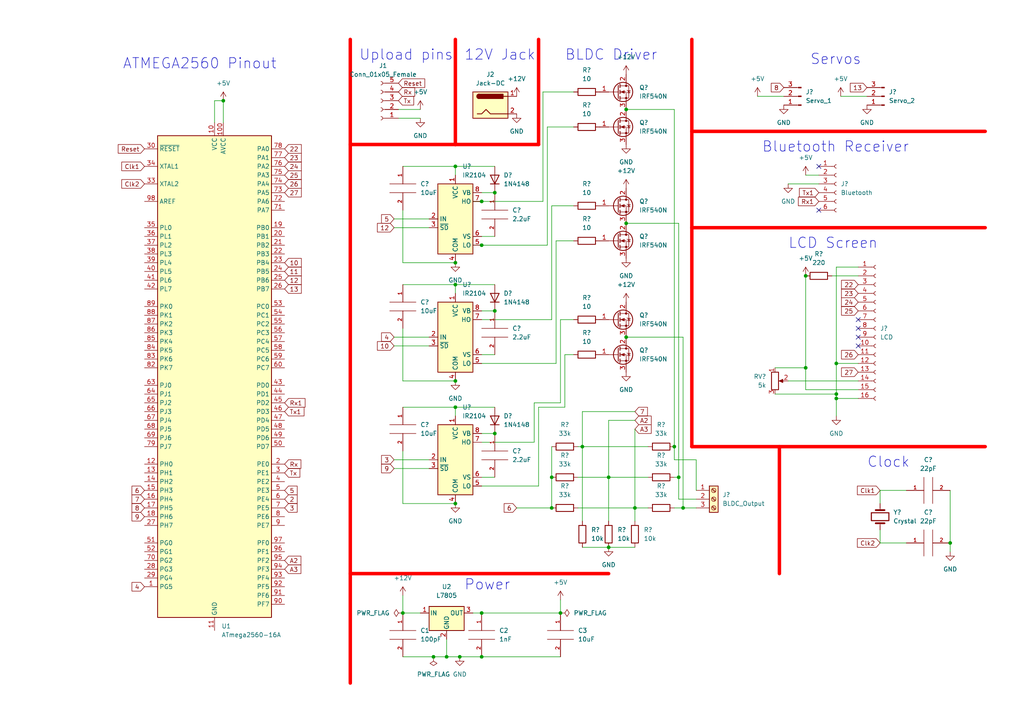
<source format=kicad_sch>
(kicad_sch (version 20211123) (generator eeschema)
  (paper "A4")
  (lib_symbols
    (symbol "Connector:Conn_01x03_Male" (pin_names (offset 1.016) hide)
      (property "Reference" "J" (at 0 5.08 0))
      (property "Value" "Conn_01x03_Male" (at 0 -5.08 0))
      (symbol "Conn_01x03_Male_1_1"
        (pin passive line (at 5.08 2.54 180) (length 3.81) (name "Pin_1") (number "1"))
        (pin passive line (at 5.08 0 180) (length 3.81) (name "Pin_2") (number "2"))
        (pin passive line (at 5.08 -2.54 180) (length 3.81) (name "Pin_3") (number "3"))
      )
    )
    (symbol "Connector:Conn_01x05_Female" (pin_names (offset 1.016) hide)
      (property "Reference" "J" (at 0 7.62 0))
      (property "Value" "Conn_01x05_Female" (at 0 -7.62 0))
      (symbol "Conn_01x05_Female_1_1"
        (pin passive line (at -5.08 5.08 0) (length 3.81) (name "Pin_1") (number "1"))
        (pin passive line (at -5.08 2.54 0) (length 3.81) (name "Pin_2") (number "2"))
        (pin passive line (at -5.08 0 0) (length 3.81) (name "Pin_3") (number "3"))
        (pin passive line (at -5.08 -2.54 0) (length 3.81) (name "Pin_4") (number "4"))
        (pin passive line (at -5.08 -5.08 0) (length 3.81) (name "Pin_5") (number "5"))
      )
    )
    (symbol "Connector:Conn_01x06_Female" (pin_names (offset 1.016) hide)
      (property "Reference" "J" (at 0 7.62 0))
      (property "Value" "Conn_01x06_Female" (at 0 -10.16 0))
      (symbol "Conn_01x06_Female_1_1"
        (pin passive line (at -5.08 5.08 0) (length 3.81) (name "Pin_1") (number "1"))
        (pin passive line (at -5.08 2.54 0) (length 3.81) (name "Pin_2") (number "2"))
        (pin passive line (at -5.08 0 0) (length 3.81) (name "Pin_3") (number "3"))
        (pin passive line (at -5.08 -2.54 0) (length 3.81) (name "Pin_4") (number "4"))
        (pin passive line (at -5.08 -5.08 0) (length 3.81) (name "Pin_5") (number "5"))
        (pin passive line (at -5.08 -7.62 0) (length 3.81) (name "Pin_6") (number "6"))
      )
    )
    (symbol "Connector:Conn_01x16_Female" (pin_names (offset 1.016) hide)
      (property "Reference" "J" (at 0 20.32 0))
      (property "Value" "Conn_01x16_Female" (at 0 -22.86 0))
      (symbol "Conn_01x16_Female_1_1"
        (pin passive line (at -5.08 17.78 0) (length 3.81) (name "Pin_1") (number "1"))
        (pin passive line (at -5.08 -5.08 0) (length 3.81) (name "Pin_10") (number "10"))
        (pin passive line (at -5.08 -7.62 0) (length 3.81) (name "Pin_11") (number "11"))
        (pin passive line (at -5.08 -10.16 0) (length 3.81) (name "Pin_12") (number "12"))
        (pin passive line (at -5.08 -12.7 0) (length 3.81) (name "Pin_13") (number "13"))
        (pin passive line (at -5.08 -15.24 0) (length 3.81) (name "Pin_14") (number "14"))
        (pin passive line (at -5.08 -17.78 0) (length 3.81) (name "Pin_15") (number "15"))
        (pin passive line (at -5.08 -20.32 0) (length 3.81) (name "Pin_16") (number "16"))
        (pin passive line (at -5.08 15.24 0) (length 3.81) (name "Pin_2") (number "2"))
        (pin passive line (at -5.08 12.7 0) (length 3.81) (name "Pin_3") (number "3"))
        (pin passive line (at -5.08 10.16 0) (length 3.81) (name "Pin_4") (number "4"))
        (pin passive line (at -5.08 7.62 0) (length 3.81) (name "Pin_5") (number "5"))
        (pin passive line (at -5.08 5.08 0) (length 3.81) (name "Pin_6") (number "6"))
        (pin passive line (at -5.08 2.54 0) (length 3.81) (name "Pin_7") (number "7"))
        (pin passive line (at -5.08 0 0) (length 3.81) (name "Pin_8") (number "8"))
        (pin passive line (at -5.08 -2.54 0) (length 3.81) (name "Pin_9") (number "9"))
      )
    )
    (symbol "Connector:Jack-DC" (pin_names (offset 1.016))
      (property "Reference" "J" (at 0 5.334 0))
      (property "Value" "Jack-DC" (at 0 -5.08 0))
      (symbol "Jack-DC_1_1"
        (pin passive line (at 7.62 2.54 180) (length 2.54) (name "~") (number "1"))
        (pin passive line (at 7.62 -2.54 180) (length 2.54) (name "~") (number "2"))
      )
    )
    (symbol "Connector:Screw_Terminal_01x03" (pin_names (offset 1.016) hide)
      (property "Reference" "J" (at 0 5.08 0))
      (property "Value" "Screw_Terminal_01x03" (at 0 -5.08 0))
      (symbol "Screw_Terminal_01x03_1_1"
        (pin passive line (at -5.08 2.54 0) (length 3.81) (name "Pin_1") (number "1"))
        (pin passive line (at -5.08 0 0) (length 3.81) (name "Pin_2") (number "2"))
        (pin passive line (at -5.08 -2.54 0) (length 3.81) (name "Pin_3") (number "3"))
      )
    )
    (symbol "Device:Crystal" (pin_numbers hide) (pin_names (offset 1.016) hide)
      (property "Reference" "Y" (at 0 3.81 0))
      (property "Value" "Crystal" (at 0 -3.81 0))
      (symbol "Crystal_1_1"
        (pin passive line (at -3.81 0 0) (length 1.27) (name "1") (number "1"))
        (pin passive line (at 3.81 0 180) (length 1.27) (name "2") (number "2"))
      )
    )
    (symbol "Device:R" (pin_numbers hide) (pin_names (offset 0))
      (property "Reference" "R" (at 2.032 0 90))
      (property "Value" "R" (at 0 0 90))
      (symbol "R_1_1"
        (pin passive line (at 0 3.81 270) (length 1.27) (name "~") (number "1"))
        (pin passive line (at 0 -3.81 90) (length 1.27) (name "~") (number "2"))
      )
    )
    (symbol "Device:R_Potentiometer" (pin_names (offset 1.016) hide)
      (property "Reference" "RV" (at -4.445 0 90))
      (property "Value" "R_Potentiometer" (at -2.54 0 90))
      (symbol "R_Potentiometer_1_1"
        (pin passive line (at 0 3.81 270) (length 1.27) (name "1") (number "1"))
        (pin passive line (at 3.81 0 180) (length 1.27) (name "2") (number "2"))
        (pin passive line (at 0 -3.81 90) (length 1.27) (name "3") (number "3"))
      )
    )
    (symbol "Diode:1N4148" (pin_numbers hide) (pin_names (offset 1.016) hide)
      (property "Reference" "D" (at 0 2.54 0))
      (property "Value" "1N4148" (at 0 -2.54 0))
      (symbol "1N4148_1_1"
        (pin passive line (at -3.81 0 0) (length 2.54) (name "K") (number "1"))
        (pin passive line (at 3.81 0 180) (length 2.54) (name "A") (number "2"))
      )
    )
    (symbol "Driver_FET:IR2104"
      (property "Reference" "U" (at 1.27 13.335 0))
      (property "Value" "IR2104" (at 1.27 11.43 0))
      (symbol "IR2104_1_1"
        (pin power_in line (at 0 12.7 270) (length 2.54) (name "VCC") (number "1"))
        (pin input line (at -7.62 0 0) (length 2.54) (name "IN") (number "2"))
        (pin input line (at -7.62 -2.54 0) (length 2.54) (name "~{SD}") (number "3"))
        (pin power_in line (at 0 -12.7 90) (length 2.54) (name "COM") (number "4"))
        (pin output line (at 7.62 -7.62 180) (length 2.54) (name "LO") (number "5"))
        (pin passive line (at 7.62 -5.08 180) (length 2.54) (name "VS") (number "6"))
        (pin output line (at 7.62 5.08 180) (length 2.54) (name "HO") (number "7"))
        (pin passive line (at 7.62 7.62 180) (length 2.54) (name "VB") (number "8"))
      )
    )
    (symbol "MCU_Microchip_ATmega:ATmega2560-16A"
      (property "Reference" "U" (at 0 1.27 0))
      (property "Value" "ATmega2560-16A" (at 0 -1.27 0))
      (symbol "ATmega2560-16A_1_1"
        (pin bidirectional line (at -20.32 -60.96 0) (length 3.81) (name "PG5") (number "1"))
        (pin power_in line (at 0 73.66 270) (length 3.81) (name "VCC") (number "10"))
        (pin power_in line (at 2.54 73.66 270) (length 3.81) (name "AVCC") (number "100"))
        (pin power_in line (at 0 -73.66 90) (length 3.81) (name "GND") (number "11"))
        (pin bidirectional line (at -20.32 -25.4 0) (length 3.81) (name "PH0") (number "12"))
        (pin bidirectional line (at -20.32 -27.94 0) (length 3.81) (name "PH1") (number "13"))
        (pin bidirectional line (at -20.32 -30.48 0) (length 3.81) (name "PH2") (number "14"))
        (pin bidirectional line (at -20.32 -33.02 0) (length 3.81) (name "PH3") (number "15"))
        (pin bidirectional line (at -20.32 -35.56 0) (length 3.81) (name "PH4") (number "16"))
        (pin bidirectional line (at -20.32 -38.1 0) (length 3.81) (name "PH5") (number "17"))
        (pin bidirectional line (at -20.32 -40.64 0) (length 3.81) (name "PH6") (number "18"))
        (pin bidirectional line (at 20.32 43.18 180) (length 3.81) (name "PB0") (number "19"))
        (pin bidirectional line (at 20.32 -25.4 180) (length 3.81) (name "PE0") (number "2"))
        (pin bidirectional line (at 20.32 40.64 180) (length 3.81) (name "PB1") (number "20"))
        (pin bidirectional line (at 20.32 38.1 180) (length 3.81) (name "PB2") (number "21"))
        (pin bidirectional line (at 20.32 35.56 180) (length 3.81) (name "PB3") (number "22"))
        (pin bidirectional line (at 20.32 33.02 180) (length 3.81) (name "PB4") (number "23"))
        (pin bidirectional line (at 20.32 30.48 180) (length 3.81) (name "PB5") (number "24"))
        (pin bidirectional line (at 20.32 27.94 180) (length 3.81) (name "PB6") (number "25"))
        (pin bidirectional line (at 20.32 25.4 180) (length 3.81) (name "PB7") (number "26"))
        (pin bidirectional line (at -20.32 -43.18 0) (length 3.81) (name "PH7") (number "27"))
        (pin bidirectional line (at -20.32 -55.88 0) (length 3.81) (name "PG3") (number "28"))
        (pin bidirectional line (at -20.32 -58.42 0) (length 3.81) (name "PG4") (number "29"))
        (pin bidirectional line (at 20.32 -27.94 180) (length 3.81) (name "PE1") (number "3"))
        (pin input line (at -20.32 66.04 0) (length 3.81) (name "~{RESET}") (number "30"))
        (pin passive line (at 0 73.66 270) (length 3.81) hide (name "VCC") (number "31"))
        (pin passive line (at 0 -73.66 90) (length 3.81) hide (name "GND") (number "32"))
        (pin output line (at -20.32 55.88 0) (length 3.81) (name "XTAL2") (number "33"))
        (pin input line (at -20.32 60.96 0) (length 3.81) (name "XTAL1") (number "34"))
        (pin bidirectional line (at -20.32 43.18 0) (length 3.81) (name "PL0") (number "35"))
        (pin bidirectional line (at -20.32 40.64 0) (length 3.81) (name "PL1") (number "36"))
        (pin bidirectional line (at -20.32 38.1 0) (length 3.81) (name "PL2") (number "37"))
        (pin bidirectional line (at -20.32 35.56 0) (length 3.81) (name "PL3") (number "38"))
        (pin bidirectional line (at -20.32 33.02 0) (length 3.81) (name "PL4") (number "39"))
        (pin bidirectional line (at 20.32 -30.48 180) (length 3.81) (name "PE2") (number "4"))
        (pin bidirectional line (at -20.32 30.48 0) (length 3.81) (name "PL5") (number "40"))
        (pin bidirectional line (at -20.32 27.94 0) (length 3.81) (name "PL6") (number "41"))
        (pin bidirectional line (at -20.32 25.4 0) (length 3.81) (name "PL7") (number "42"))
        (pin bidirectional line (at 20.32 -2.54 180) (length 3.81) (name "PD0") (number "43"))
        (pin bidirectional line (at 20.32 -5.08 180) (length 3.81) (name "PD1") (number "44"))
        (pin bidirectional line (at 20.32 -7.62 180) (length 3.81) (name "PD2") (number "45"))
        (pin bidirectional line (at 20.32 -10.16 180) (length 3.81) (name "PD3") (number "46"))
        (pin bidirectional line (at 20.32 -12.7 180) (length 3.81) (name "PD4") (number "47"))
        (pin bidirectional line (at 20.32 -15.24 180) (length 3.81) (name "PD5") (number "48"))
        (pin bidirectional line (at 20.32 -17.78 180) (length 3.81) (name "PD6") (number "49"))
        (pin bidirectional line (at 20.32 -33.02 180) (length 3.81) (name "PE3") (number "5"))
        (pin bidirectional line (at 20.32 -20.32 180) (length 3.81) (name "PD7") (number "50"))
        (pin bidirectional line (at -20.32 -48.26 0) (length 3.81) (name "PG0") (number "51"))
        (pin bidirectional line (at -20.32 -50.8 0) (length 3.81) (name "PG1") (number "52"))
        (pin bidirectional line (at 20.32 20.32 180) (length 3.81) (name "PC0") (number "53"))
        (pin bidirectional line (at 20.32 17.78 180) (length 3.81) (name "PC1") (number "54"))
        (pin bidirectional line (at 20.32 15.24 180) (length 3.81) (name "PC2") (number "55"))
        (pin bidirectional line (at 20.32 12.7 180) (length 3.81) (name "PC3") (number "56"))
        (pin bidirectional line (at 20.32 10.16 180) (length 3.81) (name "PC4") (number "57"))
        (pin bidirectional line (at 20.32 7.62 180) (length 3.81) (name "PC5") (number "58"))
        (pin bidirectional line (at 20.32 5.08 180) (length 3.81) (name "PC6") (number "59"))
        (pin bidirectional line (at 20.32 -35.56 180) (length 3.81) (name "PE4") (number "6"))
        (pin bidirectional line (at 20.32 2.54 180) (length 3.81) (name "PC7") (number "60"))
        (pin passive line (at 0 73.66 270) (length 3.81) hide (name "VCC") (number "61"))
        (pin passive line (at 0 -73.66 90) (length 3.81) hide (name "GND") (number "62"))
        (pin bidirectional line (at -20.32 -2.54 0) (length 3.81) (name "PJ0") (number "63"))
        (pin bidirectional line (at -20.32 -5.08 0) (length 3.81) (name "PJ1") (number "64"))
        (pin bidirectional line (at -20.32 -7.62 0) (length 3.81) (name "PJ2") (number "65"))
        (pin bidirectional line (at -20.32 -10.16 0) (length 3.81) (name "PJ3") (number "66"))
        (pin bidirectional line (at -20.32 -12.7 0) (length 3.81) (name "PJ4") (number "67"))
        (pin bidirectional line (at -20.32 -15.24 0) (length 3.81) (name "PJ5") (number "68"))
        (pin bidirectional line (at -20.32 -17.78 0) (length 3.81) (name "PJ6") (number "69"))
        (pin bidirectional line (at 20.32 -38.1 180) (length 3.81) (name "PE5") (number "7"))
        (pin bidirectional line (at -20.32 -53.34 0) (length 3.81) (name "PG2") (number "70"))
        (pin bidirectional line (at 20.32 48.26 180) (length 3.81) (name "PA7") (number "71"))
        (pin bidirectional line (at 20.32 50.8 180) (length 3.81) (name "PA6") (number "72"))
        (pin bidirectional line (at 20.32 53.34 180) (length 3.81) (name "PA5") (number "73"))
        (pin bidirectional line (at 20.32 55.88 180) (length 3.81) (name "PA4") (number "74"))
        (pin bidirectional line (at 20.32 58.42 180) (length 3.81) (name "PA3") (number "75"))
        (pin bidirectional line (at 20.32 60.96 180) (length 3.81) (name "PA2") (number "76"))
        (pin bidirectional line (at 20.32 63.5 180) (length 3.81) (name "PA1") (number "77"))
        (pin bidirectional line (at 20.32 66.04 180) (length 3.81) (name "PA0") (number "78"))
        (pin bidirectional line (at -20.32 -20.32 0) (length 3.81) (name "PJ7") (number "79"))
        (pin bidirectional line (at 20.32 -40.64 180) (length 3.81) (name "PE6") (number "8"))
        (pin passive line (at 0 73.66 270) (length 3.81) hide (name "VCC") (number "80"))
        (pin passive line (at 0 -73.66 90) (length 3.81) hide (name "GND") (number "81"))
        (pin bidirectional line (at -20.32 2.54 0) (length 3.81) (name "PK7") (number "82"))
        (pin bidirectional line (at -20.32 5.08 0) (length 3.81) (name "PK6") (number "83"))
        (pin bidirectional line (at -20.32 7.62 0) (length 3.81) (name "PK5") (number "84"))
        (pin bidirectional line (at -20.32 10.16 0) (length 3.81) (name "PK4") (number "85"))
        (pin bidirectional line (at -20.32 12.7 0) (length 3.81) (name "PK3") (number "86"))
        (pin bidirectional line (at -20.32 15.24 0) (length 3.81) (name "PK2") (number "87"))
        (pin bidirectional line (at -20.32 17.78 0) (length 3.81) (name "PK1") (number "88"))
        (pin bidirectional line (at -20.32 20.32 0) (length 3.81) (name "PK0") (number "89"))
        (pin bidirectional line (at 20.32 -43.18 180) (length 3.81) (name "PE7") (number "9"))
        (pin bidirectional line (at 20.32 -66.04 180) (length 3.81) (name "PF7") (number "90"))
        (pin bidirectional line (at 20.32 -63.5 180) (length 3.81) (name "PF6") (number "91"))
        (pin bidirectional line (at 20.32 -60.96 180) (length 3.81) (name "PF5") (number "92"))
        (pin bidirectional line (at 20.32 -58.42 180) (length 3.81) (name "PF4") (number "93"))
        (pin bidirectional line (at 20.32 -55.88 180) (length 3.81) (name "PF3") (number "94"))
        (pin bidirectional line (at 20.32 -53.34 180) (length 3.81) (name "PF2") (number "95"))
        (pin bidirectional line (at 20.32 -50.8 180) (length 3.81) (name "PF1") (number "96"))
        (pin bidirectional line (at 20.32 -48.26 180) (length 3.81) (name "PF0") (number "97"))
        (pin passive line (at -20.32 50.8 0) (length 3.81) (name "AREF") (number "98"))
        (pin passive line (at 0 -73.66 90) (length 3.81) hide (name "GND") (number "99"))
      )
    )
    (symbol "Regulator_Linear:L7805" (pin_names (offset 0.254))
      (property "Reference" "U" (at -3.81 3.175 0))
      (property "Value" "L7805" (at 0 3.175 0))
      (symbol "L7805_1_1"
        (pin power_in line (at -7.62 0 0) (length 2.54) (name "IN") (number "1"))
        (pin power_in line (at 0 -7.62 90) (length 2.54) (name "GND") (number "2"))
        (pin power_out line (at 7.62 0 180) (length 2.54) (name "OUT") (number "3"))
      )
    )
    (symbol "Transistor_FET:IRF540N" (pin_names hide)
      (property "Reference" "Q" (at 6.35 1.905 0))
      (property "Value" "IRF540N" (at 6.35 0 0))
      (symbol "IRF540N_1_1"
        (pin input line (at -5.08 0 0) (length 2.54) (name "G") (number "1"))
        (pin passive line (at 2.54 5.08 270) (length 2.54) (name "D") (number "2"))
        (pin passive line (at 2.54 -5.08 90) (length 2.54) (name "S") (number "3"))
      )
    )
    (symbol "power:+12V" (power) (pin_names (offset 0))
      (property "Value" "+12V" (at 0 3.556 0))
      (symbol "+12V_1_1"
        (pin power_in line (at 0 0 90) (length 0) hide (name "+12V") (number "1"))
      )
    )
    (symbol "power:+5V" (power) (pin_names (offset 0))
      (property "Value" "+5V" (at 0 3.556 0))
      (symbol "+5V_1_1"
        (pin power_in line (at 0 0 90) (length 0) hide (name "+5V") (number "1"))
      )
    )
    (symbol "power:GND" (power) (pin_names (offset 0))
      (property "Value" "GND" (at 0 -3.81 0))
      (symbol "GND_1_1"
        (pin power_in line (at 0 0 270) (length 0) hide (name "GND") (number "1"))
      )
    )
    (symbol "power:PWR_FLAG" (power) (pin_numbers hide) (pin_names (offset 0) hide)
      (property "Value" "PWR_FLAG" (at 0 3.81 0))
      (symbol "PWR_FLAG_0_0"
        (pin power_out line (at 0 0 90) (length 0) (name "pwr") (number "1"))
      )
    )
    (symbol "pspice:CAP" (pin_names (offset 0.254))
      (property "Reference" "C" (at 2.54 3.81 90))
      (property "Value" "CAP" (at 2.54 -3.81 90))
      (symbol "CAP_1_1"
        (pin passive line (at 0 6.35 270) (length 5.08) (name "~") (number "1"))
        (pin passive line (at 0 -6.35 90) (length 5.08) (name "~") (number "2"))
      )
    )
  )
  (junction (at 132.08 82.55))
  (junction (at 181.61 31.75))
  (junction (at 196.85 138.43))
  (junction (at 132.08 48.26))
  (junction (at 160.02 138.43))
  (junction (at 143.51 90.17))
  (junction (at 181.61 97.79))
  (junction (at 242.57 115.57))
  (junction (at 64.77 29.21))
  (junction (at 198.12 147.32))
  (junction (at 129.54 190.5))
  (junction (at 176.53 158.75))
  (junction (at 160.02 147.32))
  (junction (at 176.53 138.43))
  (junction (at 233.68 80.01))
  (junction (at 242.57 105.41))
  (junction (at 132.08 110.49))
  (junction (at 143.51 55.88))
  (junction (at 168.91 129.54))
  (junction (at 125.73 190.5))
  (junction (at 139.7 177.8))
  (junction (at 133.35 190.5))
  (junction (at 162.56 177.8))
  (junction (at 132.08 76.2))
  (junction (at 132.08 146.05))
  (junction (at 139.7 71.12))
  (junction (at 242.57 114.3))
  (junction (at 184.15 147.32))
  (junction (at 139.7 58.42))
  (junction (at 195.58 129.54))
  (junction (at 143.51 125.73))
  (junction (at 275.59 157.48))
  (junction (at 132.08 118.11))
  (junction (at 233.68 106.68))
  (junction (at 181.61 64.77))
  (junction (at 139.7 190.5))
  (junction (at 116.84 177.8))
  (no_connect (at 237.49 60.96))
  (no_connect (at 237.49 48.26))
  (no_connect (at 248.92 95.25))
  (no_connect (at 248.92 92.71))
  (no_connect (at 248.92 100.33))
  (no_connect (at 248.92 97.79))
  (wire (pts (xy 242.57 77.47) (xy 248.92 77.47)))
  (wire (pts (xy 167.64 138.43) (xy 176.53 138.43)))
  (wire (pts (xy 196.85 64.77) (xy 196.85 138.43)))
  (wire (pts (xy 166.37 92.71) (xy 162.56 92.71)))
  (wire (pts (xy 242.57 115.57) (xy 248.92 115.57)))
  (wire (pts (xy 137.16 71.12) (xy 139.7 71.12)))
  (wire (pts (xy 143.51 118.11) (xy 132.08 118.11)))
  (wire (pts (xy 195.58 129.54) (xy 195.58 31.75)))
  (wire (pts (xy 116.84 130.81) (xy 116.84 146.05)))
  (wire (pts (xy 219.71 27.94) (xy 227.33 27.94)))
  (wire (pts (xy 201.93 144.78) (xy 196.85 144.78)))
  (wire (pts (xy 149.86 147.32) (xy 160.02 147.32)))
  (wire (pts (xy 162.56 116.84) (xy 154.94 116.84)))
  (wire (pts (xy 228.6 110.49) (xy 248.92 110.49)))
  (wire (pts (xy 184.15 147.32) (xy 187.96 147.32)))
  (wire (pts (xy 168.91 119.38) (xy 184.15 119.38)))
  (wire (pts (xy 157.48 26.67) (xy 166.37 26.67)))
  (wire (pts (xy 242.57 115.57) (xy 242.57 114.3)))
  (wire (pts (xy 176.53 138.43) (xy 176.53 121.92)))
  (wire (pts (xy 166.37 69.85) (xy 161.29 69.85)))
  (wire (pts (xy 116.84 82.55) (xy 132.08 82.55)))
  (wire (pts (xy 163.83 102.87) (xy 166.37 102.87)))
  (wire (pts (xy 116.84 110.49) (xy 132.08 110.49)))
  (wire (pts (xy 181.61 64.77) (xy 196.85 64.77)))
  (wire (pts (xy 139.7 138.43) (xy 143.51 138.43)))
  (wire (pts (xy 167.64 129.54) (xy 168.91 129.54)))
  (wire (pts (xy 64.77 35.56) (xy 64.77 29.21)))
  (wire (pts (xy 132.08 82.55) (xy 132.08 85.09)))
  (wire (pts (xy 116.84 76.2) (xy 132.08 76.2)))
  (wire (pts (xy 242.57 105.41) (xy 242.57 77.47)))
  (wire (pts (xy 163.83 118.11) (xy 163.83 102.87)))
  (wire (pts (xy 233.68 113.03) (xy 233.68 106.68)))
  (wire (pts (xy 168.91 158.75) (xy 176.53 158.75)))
  (polyline (pts (xy 101.6 11.43) (xy 101.6 198.12)) (stroke (width 1) (type solid) (color 255 0 0 1)))
  (wire (pts (xy 233.68 50.8) (xy 237.49 50.8)))
  (wire (pts (xy 114.3 133.35) (xy 124.46 133.35)))
  (wire (pts (xy 275.59 157.48) (xy 275.59 160.02)))
  (wire (pts (xy 114.3 63.5) (xy 124.46 63.5)))
  (wire (pts (xy 167.64 147.32) (xy 184.15 147.32)))
  (wire (pts (xy 154.94 128.27) (xy 139.7 128.27)))
  (wire (pts (xy 137.16 58.42) (xy 139.7 58.42)))
  (polyline (pts (xy 200.66 11.43) (xy 200.66 129.54)) (stroke (width 1) (type solid) (color 255 0 0 1)))
  (wire (pts (xy 162.56 92.71) (xy 162.56 116.84)))
  (wire (pts (xy 242.57 114.3) (xy 242.57 105.41)))
  (wire (pts (xy 184.15 147.32) (xy 184.15 151.13)))
  (wire (pts (xy 275.59 142.24) (xy 275.59 157.48)))
  (wire (pts (xy 114.3 66.04) (xy 124.46 66.04)))
  (wire (pts (xy 143.51 48.26) (xy 132.08 48.26)))
  (wire (pts (xy 176.53 138.43) (xy 187.96 138.43)))
  (wire (pts (xy 116.84 190.5) (xy 125.73 190.5)))
  (wire (pts (xy 242.57 120.65) (xy 242.57 115.57)))
  (wire (pts (xy 116.84 118.11) (xy 132.08 118.11)))
  (wire (pts (xy 158.75 71.12) (xy 139.7 71.12)))
  (wire (pts (xy 64.77 29.21) (xy 62.23 29.21)))
  (polyline (pts (xy 226.06 129.54) (xy 226.06 166.37)) (stroke (width 1) (type solid) (color 255 0 0 1)))
  (wire (pts (xy 196.85 144.78) (xy 196.85 138.43)))
  (wire (pts (xy 114.3 97.79) (xy 124.46 97.79)))
  (wire (pts (xy 114.3 135.89) (xy 124.46 135.89)))
  (wire (pts (xy 154.94 116.84) (xy 154.94 128.27)))
  (wire (pts (xy 139.7 68.58) (xy 143.51 68.58)))
  (wire (pts (xy 161.29 69.85) (xy 161.29 105.41)))
  (wire (pts (xy 198.12 147.32) (xy 195.58 147.32)))
  (wire (pts (xy 114.3 100.33) (xy 124.46 100.33)))
  (wire (pts (xy 143.51 82.55) (xy 132.08 82.55)))
  (wire (pts (xy 161.29 105.41) (xy 139.7 105.41)))
  (wire (pts (xy 262.89 157.48) (xy 255.27 157.48)))
  (wire (pts (xy 228.6 53.34) (xy 237.49 53.34)))
  (wire (pts (xy 160.02 59.69) (xy 160.02 92.71)))
  (wire (pts (xy 132.08 48.26) (xy 132.08 50.8)))
  (wire (pts (xy 201.93 142.24) (xy 201.93 133.35)))
  (wire (pts (xy 116.84 177.8) (xy 116.84 172.72)))
  (wire (pts (xy 162.56 173.99) (xy 162.56 177.8)))
  (wire (pts (xy 116.84 60.96) (xy 116.84 76.2)))
  (wire (pts (xy 139.7 102.87) (xy 143.51 102.87)))
  (wire (pts (xy 139.7 177.8) (xy 137.16 177.8)))
  (wire (pts (xy 168.91 129.54) (xy 187.96 129.54)))
  (wire (pts (xy 243.84 27.94) (xy 251.46 27.94)))
  (wire (pts (xy 176.53 121.92) (xy 184.15 121.92)))
  (wire (pts (xy 262.89 142.24) (xy 255.27 142.24)))
  (polyline (pts (xy 101.6 41.91) (xy 132.08 41.91)) (stroke (width 1) (type solid) (color 255 0 0 1)))
  (wire (pts (xy 132.08 118.11) (xy 132.08 120.65)))
  (wire (pts (xy 116.84 146.05) (xy 132.08 146.05)))
  (wire (pts (xy 241.3 80.01) (xy 248.92 80.01)))
  (wire (pts (xy 139.7 190.5) (xy 162.56 190.5)))
  (wire (pts (xy 198.12 97.79) (xy 198.12 147.32)))
  (wire (pts (xy 201.93 133.35) (xy 195.58 133.35)))
  (wire (pts (xy 176.53 158.75) (xy 184.15 158.75)))
  (wire (pts (xy 115.57 34.29) (xy 121.92 34.29)))
  (polyline (pts (xy 101.6 166.37) (xy 176.53 166.37)) (stroke (width 1) (type solid) (color 255 0 0 1)))
  (wire (pts (xy 198.12 147.32) (xy 201.93 147.32)))
  (polyline (pts (xy 200.66 66.04) (xy 285.75 66.04)) (stroke (width 1) (type solid) (color 255 0 0 1)))
  (wire (pts (xy 195.58 133.35) (xy 195.58 129.54)))
  (wire (pts (xy 233.68 106.68) (xy 233.68 80.01)))
  (wire (pts (xy 242.57 105.41) (xy 248.92 105.41)))
  (wire (pts (xy 139.7 55.88) (xy 143.51 55.88)))
  (wire (pts (xy 139.7 90.17) (xy 143.51 90.17)))
  (wire (pts (xy 160.02 129.54) (xy 160.02 138.43)))
  (wire (pts (xy 224.79 106.68) (xy 233.68 106.68)))
  (polyline (pts (xy 156.21 11.43) (xy 156.21 41.91)) (stroke (width 1) (type solid) (color 255 0 0 1)))
  (polyline (pts (xy 200.66 129.54) (xy 285.75 129.54)) (stroke (width 1) (type solid) (color 255 0 0 1)))
  (wire (pts (xy 224.79 114.3) (xy 242.57 114.3)))
  (polyline (pts (xy 200.66 38.1) (xy 285.75 38.1)) (stroke (width 1) (type solid) (color 255 0 0 1)))
  (wire (pts (xy 248.92 113.03) (xy 233.68 113.03)))
  (polyline (pts (xy 132.08 11.43) (xy 132.08 41.91)) (stroke (width 1) (type solid) (color 255 0 0 1)))
  (wire (pts (xy 168.91 129.54) (xy 168.91 151.13)))
  (wire (pts (xy 116.84 95.25) (xy 116.84 110.49)))
  (wire (pts (xy 176.53 138.43) (xy 176.53 151.13)))
  (wire (pts (xy 115.57 31.75) (xy 121.92 31.75)))
  (wire (pts (xy 116.84 177.8) (xy 121.92 177.8)))
  (wire (pts (xy 156.21 118.11) (xy 163.83 118.11)))
  (wire (pts (xy 168.91 129.54) (xy 168.91 119.38)))
  (wire (pts (xy 158.75 36.83) (xy 166.37 36.83)))
  (wire (pts (xy 116.84 48.26) (xy 132.08 48.26)))
  (wire (pts (xy 62.23 29.21) (xy 62.23 35.56)))
  (wire (pts (xy 125.73 190.5) (xy 129.54 190.5)))
  (wire (pts (xy 181.61 97.79) (xy 198.12 97.79)))
  (wire (pts (xy 184.15 124.46) (xy 184.15 147.32)))
  (wire (pts (xy 181.61 31.75) (xy 195.58 31.75)))
  (wire (pts (xy 139.7 58.42) (xy 157.48 58.42)))
  (wire (pts (xy 139.7 140.97) (xy 156.21 140.97)))
  (wire (pts (xy 156.21 140.97) (xy 156.21 118.11)))
  (wire (pts (xy 129.54 190.5) (xy 133.35 190.5)))
  (wire (pts (xy 255.27 142.24) (xy 255.27 146.05)))
  (wire (pts (xy 158.75 36.83) (xy 158.75 71.12)))
  (wire (pts (xy 166.37 59.69) (xy 160.02 59.69)))
  (wire (pts (xy 133.35 190.5) (xy 139.7 190.5)))
  (wire (pts (xy 129.54 185.42) (xy 129.54 190.5)))
  (polyline (pts (xy 132.08 41.91) (xy 156.21 41.91)) (stroke (width 1) (type solid) (color 255 0 0 1)))
  (wire (pts (xy 139.7 125.73) (xy 143.51 125.73)))
  (wire (pts (xy 160.02 138.43) (xy 160.02 147.32)))
  (wire (pts (xy 196.85 138.43) (xy 195.58 138.43)))
  (wire (pts (xy 160.02 92.71) (xy 139.7 92.71)))
  (wire (pts (xy 157.48 58.42) (xy 157.48 26.67)))
  (wire (pts (xy 139.7 177.8) (xy 162.56 177.8)))
  (wire (pts (xy 255.27 157.48) (xy 255.27 153.67)))
  (text "Clock" (at 251.46 135.89 0) (effects (font (size 3 3)) (justify left bottom)))
  (text "12V Jack" (at 134.62 17.78 0) (effects (font (size 3 3)) (justify left bottom)))
  (text "Power" (at 134.62 171.45 0) (effects (font (size 3 3)) (justify left bottom)))
  (text "Servos" (at 234.95 19.05 0) (effects (font (size 3 3)) (justify left bottom)))
  (text "Upload pins" (at 104.14 17.78 0) (effects (font (size 3 3)) (justify left bottom)))
  (text "ATMEGA2560 Pinout" (at 35.56 20.32 0) (effects (font (size 3 3)) (justify left bottom)))
  (text "LCD Screen" (at 228.6 72.39 0) (effects (font (size 3 3)) (justify left bottom)))
  (text "Bluetooth Receiver" (at 220.98 44.45 0) (effects (font (size 3 3)) (justify left bottom)))
  (text "BLDC Driver" (at 163.83 17.78 0) (effects (font (size 3 3)) (justify left bottom)))
  (global_label "27" (shape input) (at 82.55 55.88 0) (property "Intersheet References" "${INTERSHEET_REFS}" (effects hide)))
  (global_label "Tx" (shape input) (at 115.57 29.21 0) (property "Intersheet References" "${INTERSHEET_REFS}" (effects hide)))
  (global_label "22" (shape input) (at 248.92 82.55 180) (property "Intersheet References" "${INTERSHEET_REFS}" (effects hide)))
  (global_label "Reset" (shape input) (at 41.91 43.18 180) (property "Intersheet References" "${INTERSHEET_REFS}" (effects hide)))
  (global_label "10" (shape input) (at 114.3 100.33 180) (property "Intersheet References" "${INTERSHEET_REFS}" (effects hide)))
  (global_label "4" (shape input) (at 41.91 170.18 180) (property "Intersheet References" "${INTERSHEET_REFS}" (effects hide)))
  (global_label "Rx" (shape input) (at 82.55 134.62 0) (property "Intersheet References" "${INTERSHEET_REFS}" (effects hide)))
  (global_label "Clk1" (shape input) (at 255.27 142.24 180) (property "Intersheet References" "${INTERSHEET_REFS}" (effects hide)))
  (global_label "5" (shape input) (at 114.3 63.5 180) (property "Intersheet References" "${INTERSHEET_REFS}" (effects hide)))
  (global_label "Tx1" (shape input) (at 82.55 119.38 0) (property "Intersheet References" "${INTERSHEET_REFS}" (effects hide)))
  (global_label "5" (shape input) (at 82.55 142.24 0) (property "Intersheet References" "${INTERSHEET_REFS}" (effects hide)))
  (global_label "Reset" (shape input) (at 115.57 24.13 0) (property "Intersheet References" "${INTERSHEET_REFS}" (effects hide)))
  (global_label "Rx" (shape input) (at 115.57 26.67 0) (property "Intersheet References" "${INTERSHEET_REFS}" (effects hide)))
  (global_label "10" (shape input) (at 82.55 76.2 0) (property "Intersheet References" "${INTERSHEET_REFS}" (effects hide)))
  (global_label "6" (shape input) (at 149.86 147.32 180) (property "Intersheet References" "${INTERSHEET_REFS}" (effects hide)))
  (global_label "23" (shape input) (at 248.92 85.09 180) (property "Intersheet References" "${INTERSHEET_REFS}" (effects hide)))
  (global_label "7" (shape input) (at 41.91 144.78 180) (property "Intersheet References" "${INTERSHEET_REFS}" (effects hide)))
  (global_label "Clk1" (shape input) (at 41.91 48.26 180) (property "Intersheet References" "${INTERSHEET_REFS}" (effects hide)))
  (global_label "2" (shape input) (at 82.55 144.78 0) (property "Intersheet References" "${INTERSHEET_REFS}" (effects hide)))
  (global_label "Rx1" (shape input) (at 237.49 58.42 180) (property "Intersheet References" "${INTERSHEET_REFS}" (effects hide)))
  (global_label "8" (shape input) (at 41.91 147.32 180) (property "Intersheet References" "${INTERSHEET_REFS}" (effects hide)))
  (global_label "22" (shape input) (at 82.55 43.18 0) (property "Intersheet References" "${INTERSHEET_REFS}" (effects hide)))
  (global_label "7" (shape input) (at 184.15 119.38 0) (property "Intersheet References" "${INTERSHEET_REFS}" (effects hide)))
  (global_label "9" (shape input) (at 41.91 149.86 180) (property "Intersheet References" "${INTERSHEET_REFS}" (effects hide)))
  (global_label "23" (shape input) (at 82.55 45.72 0) (property "Intersheet References" "${INTERSHEET_REFS}" (effects hide)))
  (global_label "3" (shape input) (at 82.55 147.32 0) (property "Intersheet References" "${INTERSHEET_REFS}" (effects hide)))
  (global_label "Clk2" (shape input) (at 255.27 157.48 180) (property "Intersheet References" "${INTERSHEET_REFS}" (effects hide)))
  (global_label "27" (shape input) (at 248.92 107.95 180) (property "Intersheet References" "${INTERSHEET_REFS}" (effects hide)))
  (global_label "12" (shape input) (at 114.3 66.04 180) (property "Intersheet References" "${INTERSHEET_REFS}" (effects hide)))
  (global_label "Rx1" (shape input) (at 82.55 116.84 0) (property "Intersheet References" "${INTERSHEET_REFS}" (effects hide)))
  (global_label "A3" (shape input) (at 184.15 124.46 0) (property "Intersheet References" "${INTERSHEET_REFS}" (effects hide)))
  (global_label "26" (shape input) (at 248.92 102.87 180) (property "Intersheet References" "${INTERSHEET_REFS}" (effects hide)))
  (global_label "26" (shape input) (at 82.55 53.34 0) (property "Intersheet References" "${INTERSHEET_REFS}" (effects hide)))
  (global_label "A2" (shape input) (at 184.15 121.92 0) (property "Intersheet References" "${INTERSHEET_REFS}" (effects hide)))
  (global_label "24" (shape input) (at 82.55 48.26 0) (property "Intersheet References" "${INTERSHEET_REFS}" (effects hide)))
  (global_label "13" (shape input) (at 82.55 83.82 0) (property "Intersheet References" "${INTERSHEET_REFS}" (effects hide)))
  (global_label "6" (shape input) (at 41.91 142.24 180) (property "Intersheet References" "${INTERSHEET_REFS}" (effects hide)))
  (global_label "Tx" (shape input) (at 82.55 137.16 0) (property "Intersheet References" "${INTERSHEET_REFS}" (effects hide)))
  (global_label "11" (shape input) (at 82.55 78.74 0) (property "Intersheet References" "${INTERSHEET_REFS}" (effects hide)))
  (global_label "8" (shape input) (at 227.33 25.4 180) (property "Intersheet References" "${INTERSHEET_REFS}" (effects hide)))
  (global_label "A3" (shape input) (at 82.55 165.1 0) (property "Intersheet References" "${INTERSHEET_REFS}" (effects hide)))
  (global_label "25" (shape input) (at 248.92 90.17 180) (property "Intersheet References" "${INTERSHEET_REFS}" (effects hide)))
  (global_label "9" (shape input) (at 114.3 135.89 180) (property "Intersheet References" "${INTERSHEET_REFS}" (effects hide)))
  (global_label "13" (shape input) (at 251.46 25.4 180) (property "Intersheet References" "${INTERSHEET_REFS}" (effects hide)))
  (global_label "12" (shape input) (at 82.55 81.28 0) (property "Intersheet References" "${INTERSHEET_REFS}" (effects hide)))
  (global_label "25" (shape input) (at 82.55 50.8 0) (property "Intersheet References" "${INTERSHEET_REFS}" (effects hide)))
  (global_label "Tx1" (shape input) (at 237.49 55.88 180) (property "Intersheet References" "${INTERSHEET_REFS}" (effects hide)))
  (global_label "24" (shape input) (at 248.92 87.63 180) (property "Intersheet References" "${INTERSHEET_REFS}" (effects hide)))
  (global_label "Clk2" (shape input) (at 41.91 53.34 180) (property "Intersheet References" "${INTERSHEET_REFS}" (effects hide)))
  (global_label "4" (shape input) (at 114.3 97.79 180) (property "Intersheet References" "${INTERSHEET_REFS}" (effects hide)))
  (global_label "A2" (shape input) (at 82.55 162.56 0) (property "Intersheet References" "${INTERSHEET_REFS}" (effects hide)))
  (global_label "3" (shape input) (at 114.3 133.35 180) (property "Intersheet References" "${INTERSHEET_REFS}" (effects hide)))
  (symbol (lib_id "power:GND") (at 176.53 158.75 0) (unit 1)
    (property "Reference" "#PWR?" (effects hide))
    (property "Value" "GND" (at 176.53 163.83 0))
  )
  (symbol (lib_id "Connector:Conn_01x06_Female") (at 242.57 53.34 0) (unit 1)
    (property "Reference" "J?" (at 243.84 53.3399 0) (effects (justify left)))
    (property "Value" "Bluetooth" (at 243.84 55.8799 0) (effects (justify left)))
  )
  (symbol (lib_id "pspice:CAP") (at 143.51 132.08 0) (unit 1)
    (property "Reference" "C?" (at 148.59 130.8099 0) (effects (justify left)))
    (property "Value" "2.2uF" (at 148.59 133.3499 0) (effects (justify left)))
  )
  (symbol (lib_id "power:GND") (at 228.6 53.34 0) (unit 1)
    (property "Reference" "#PWR?" (effects hide))
    (property "Value" "GND" (at 228.6 58.42 0))
  )
  (symbol (lib_id "pspice:CAP") (at 116.84 184.15 0) (unit 1)
    (property "Reference" "C1" (at 121.92 182.8799 0) (effects (justify left)))
    (property "Value" "100pF" (at 121.92 185.4199 0) (effects (justify left)))
  )
  (symbol (lib_id "Device:R") (at 184.15 154.94 0) (unit 1)
    (property "Reference" "R?" (at 186.69 153.6699 0) (effects (justify left)))
    (property "Value" "10k" (at 186.69 156.2099 0) (effects (justify left)))
  )
  (symbol (lib_id "Device:R") (at 237.49 80.01 90) (unit 1)
    (property "Reference" "R?" (at 237.49 73.66 90))
    (property "Value" "220" (at 237.49 76.2 90))
  )
  (symbol (lib_id "Device:R") (at 170.18 102.87 90) (unit 1)
    (property "Reference" "R?" (at 170.18 96.52 90))
    (property "Value" "10" (at 170.18 99.06 90))
  )
  (symbol (lib_id "Driver_FET:IR2104") (at 132.08 133.35 0) (unit 1)
    (property "Reference" "U?" (at 134.0994 118.11 0) (effects (justify left)))
    (property "Value" "IR2104" (at 134.0994 120.65 0) (effects (justify left)))
    (property "Datasheet" "https://www.infineon.com/dgdl/ir2104.pdf?fileId=5546d462533600a4015355c7c1c31671" (effects hide))
  )
  (symbol (lib_id "Device:R") (at 168.91 154.94 0) (unit 1)
    (property "Reference" "R?" (at 171.45 153.6699 0) (effects (justify left)))
    (property "Value" "10k" (at 171.45 156.2099 0) (effects (justify left)))
  )
  (symbol (lib_id "Device:R") (at 170.18 26.67 90) (unit 1)
    (property "Reference" "R?" (at 170.18 20.32 90))
    (property "Value" "10" (at 170.18 22.86 90))
  )
  (symbol (lib_id "power:GND") (at 133.35 190.5 0) (unit 1)
    (property "Reference" "#PWR05" (effects hide))
    (property "Value" "GND" (at 133.35 195.58 0))
  )
  (symbol (lib_id "Device:R") (at 191.77 129.54 90) (unit 1)
    (property "Reference" "R?" (at 191.77 123.19 90))
    (property "Value" "33k" (at 191.77 125.73 90))
  )
  (symbol (lib_id "Transistor_FET:IRF540N") (at 179.07 59.69 0) (unit 1)
    (property "Reference" "Q?" (at 185.42 58.4199 0) (effects (justify left)))
    (property "Value" "IRF540N" (at 185.42 60.9599 0) (effects (justify left)))
    (property "Footprint" "Package_TO_SOT_THT:TO-220-3_Vertical" (effects hide))
    (property "Datasheet" "http://www.irf.com/product-info/datasheets/data/irf540n.pdf" (effects hide))
  )
  (symbol (lib_id "power:GND") (at 149.86 33.02 0) (unit 1)
    (property "Reference" "#PWR07" (effects hide))
    (property "Value" "GND" (at 149.86 38.1 0))
  )
  (symbol (lib_id "Connector:Conn_01x16_Female") (at 254 95.25 0) (unit 1)
    (property "Reference" "J?" (at 255.27 95.2499 0) (effects (justify left)))
    (property "Value" "LCD" (at 255.27 97.7899 0) (effects (justify left)))
  )
  (symbol (lib_id "Device:R") (at 170.18 92.71 90) (unit 1)
    (property "Reference" "R?" (at 170.18 86.36 90))
    (property "Value" "10" (at 170.18 88.9 90))
  )
  (symbol (lib_id "Transistor_FET:IRF540N") (at 179.07 26.67 0) (unit 1)
    (property "Reference" "Q?" (at 185.42 25.3999 0) (effects (justify left)))
    (property "Value" "IRF540N" (at 185.42 27.9399 0) (effects (justify left)))
    (property "Footprint" "Package_TO_SOT_THT:TO-220-3_Vertical" (effects hide))
    (property "Datasheet" "http://www.irf.com/product-info/datasheets/data/irf540n.pdf" (effects hide))
  )
  (symbol (lib_id "power:GND") (at 251.46 30.48 0) (unit 1)
    (property "Reference" "#PWR?" (effects hide))
    (property "Value" "GND" (at 251.46 35.56 0))
  )
  (symbol (lib_id "power:GND") (at 121.92 34.29 0) (unit 1)
    (property "Reference" "#PWR04" (effects hide))
    (property "Value" "GND" (at 121.92 39.37 0))
  )
  (symbol (lib_id "power:GND") (at 242.57 120.65 0) (unit 1)
    (property "Reference" "#PWR?" (effects hide))
    (property "Value" "GND" (at 242.57 125.73 0))
  )
  (symbol (lib_id "power:+5V") (at 121.92 31.75 0) (unit 1)
    (property "Reference" "#PWR03" (effects hide))
    (property "Value" "+5V" (at 121.92 26.67 0))
  )
  (symbol (lib_id "power:+12V") (at 181.61 87.63 0) (unit 1)
    (property "Reference" "#PWR?" (effects hide))
    (property "Value" "+12V" (at 181.61 82.55 0))
  )
  (symbol (lib_id "Device:R") (at 170.18 69.85 90) (unit 1)
    (property "Reference" "R?" (at 170.18 63.5 90))
    (property "Value" "10" (at 170.18 66.04 90))
  )
  (symbol (lib_id "Device:R") (at 163.83 129.54 90) (unit 1)
    (property "Reference" "R?" (at 163.83 123.19 90))
    (property "Value" "33k" (at 163.83 125.73 90))
  )
  (symbol (lib_id "pspice:CAP") (at 269.24 142.24 90) (unit 1)
    (property "Reference" "C?" (at 269.24 133.35 90))
    (property "Value" "22pF" (at 269.24 135.89 90))
  )
  (symbol (lib_id "power:+5V") (at 64.77 29.21 0) (unit 1)
    (property "Reference" "#PWR01" (effects hide))
    (property "Value" "+5V" (at 64.77 24.13 0))
  )
  (symbol (lib_id "Device:R") (at 170.18 59.69 90) (unit 1)
    (property "Reference" "R?" (at 170.18 53.34 90))
    (property "Value" "10" (at 170.18 55.88 90))
  )
  (symbol (lib_id "power:PWR_FLAG") (at 162.56 177.8 270) (unit 1)
    (property "Reference" "#FLG03" (effects hide))
    (property "Value" "PWR_FLAG" (at 166.37 177.7999 90) (effects (justify left)))
  )
  (symbol (lib_id "Connector:Screw_Terminal_01x03") (at 207.01 144.78 0) (unit 1)
    (property "Reference" "J?" (at 209.55 143.5099 0) (effects (justify left)))
    (property "Value" "BLDC_Output" (at 209.55 146.0499 0) (effects (justify left)))
  )
  (symbol (lib_id "Device:R") (at 163.83 147.32 90) (unit 1)
    (property "Reference" "R?" (at 163.83 140.97 90))
    (property "Value" "33k" (at 163.83 143.51 90))
  )
  (symbol (lib_id "Diode:1N4148") (at 143.51 121.92 90) (unit 1)
    (property "Reference" "D?" (at 146.05 120.6499 90) (effects (justify right)))
    (property "Value" "1N4148" (at 146.05 123.1899 90) (effects (justify right)))
    (property "Footprint" "Diode_THT:D_DO-35_SOD27_P7.62mm_Horizontal" (effects hide))
    (property "Datasheet" "https://assets.nexperia.com/documents/data-sheet/1N4148_1N4448.pdf" (effects hide))
  )
  (symbol (lib_id "Device:R") (at 176.53 154.94 0) (unit 1)
    (property "Reference" "R?" (at 179.07 153.6699 0) (effects (justify left)))
    (property "Value" "10k" (at 179.07 156.2099 0) (effects (justify left)))
  )
  (symbol (lib_id "Transistor_FET:IRF540N") (at 179.07 92.71 0) (unit 1)
    (property "Reference" "Q?" (at 185.42 91.4399 0) (effects (justify left)))
    (property "Value" "IRF540N" (at 185.42 93.9799 0) (effects (justify left)))
    (property "Footprint" "Package_TO_SOT_THT:TO-220-3_Vertical" (effects hide))
    (property "Datasheet" "http://www.irf.com/product-info/datasheets/data/irf540n.pdf" (effects hide))
  )
  (symbol (lib_id "Device:R") (at 163.83 138.43 90) (unit 1)
    (property "Reference" "R?" (at 163.83 132.08 90))
    (property "Value" "33k" (at 163.83 134.62 90))
  )
  (symbol (lib_id "Connector:Jack-DC") (at 142.24 30.48 0) (unit 1)
    (property "Reference" "J2" (at 142.24 21.59 0))
    (property "Value" "Jack-DC" (at 142.24 24.13 0))
  )
  (symbol (lib_id "pspice:CAP") (at 116.84 54.61 0) (unit 1)
    (property "Reference" "C?" (at 121.92 53.3399 0) (effects (justify left)))
    (property "Value" "10uF" (at 121.92 55.8799 0) (effects (justify left)))
  )
  (symbol (lib_id "pspice:CAP") (at 116.84 88.9 0) (unit 1)
    (property "Reference" "C?" (at 121.92 87.6299 0) (effects (justify left)))
    (property "Value" "10uF" (at 121.92 90.1699 0) (effects (justify left)))
  )
  (symbol (lib_id "power:+5V") (at 219.71 27.94 0) (unit 1)
    (property "Reference" "#PWR?" (effects hide))
    (property "Value" "+5V" (at 219.71 22.86 0))
  )
  (symbol (lib_id "power:+5V") (at 233.68 50.8 0) (unit 1)
    (property "Reference" "#PWR?" (effects hide))
    (property "Value" "+5V" (at 233.68 45.72 0))
  )
  (symbol (lib_id "pspice:CAP") (at 269.24 157.48 90) (unit 1)
    (property "Reference" "C?" (at 269.24 148.59 90))
    (property "Value" "22pF" (at 269.24 151.13 90))
  )
  (symbol (lib_id "pspice:CAP") (at 116.84 124.46 0) (unit 1)
    (property "Reference" "C?" (at 121.92 123.1899 0) (effects (justify left)))
    (property "Value" "10uF" (at 121.92 125.7299 0) (effects (justify left)))
  )
  (symbol (lib_id "power:+12V") (at 181.61 54.61 0) (unit 1)
    (property "Reference" "#PWR?" (effects hide))
    (property "Value" "+12V" (at 181.61 49.53 0))
  )
  (symbol (lib_id "Device:Crystal") (at 255.27 149.86 90) (unit 1)
    (property "Reference" "Y?" (at 259.08 148.5899 90) (effects (justify right)))
    (property "Value" "Crystal" (at 259.08 151.1299 90) (effects (justify right)))
  )
  (symbol (lib_id "Driver_FET:IR2104") (at 132.08 63.5 0) (unit 1)
    (property "Reference" "U?" (at 134.0994 48.26 0) (effects (justify left)))
    (property "Value" "IR2104" (at 134.0994 50.8 0) (effects (justify left)))
    (property "Datasheet" "https://www.infineon.com/dgdl/ir2104.pdf?fileId=5546d462533600a4015355c7c1c31671" (effects hide))
  )
  (symbol (lib_id "power:GND") (at 132.08 146.05 0) (unit 1)
    (property "Reference" "#PWR?" (effects hide))
    (property "Value" "GND" (at 132.08 151.13 0))
  )
  (symbol (lib_id "power:GND") (at 181.61 41.91 0) (unit 1)
    (property "Reference" "#PWR?" (effects hide))
    (property "Value" "GND" (at 181.61 46.99 0))
  )
  (symbol (lib_id "MCU_Microchip_ATmega:ATmega2560-16A") (at 62.23 109.22 0) (unit 1)
    (property "Reference" "U1" (at 64.2494 181.61 0) (effects (justify left)))
    (property "Value" "ATmega2560-16A" (at 64.2494 184.15 0) (effects (justify left)))
    (property "Footprint" "Package_QFP:TQFP-100_14x14mm_P0.5mm" (effects hide))
    (property "Datasheet" "http://ww1.microchip.com/downloads/en/DeviceDoc/Atmel-2549-8-bit-AVR-Microcontroller-ATmega640-1280-1281-2560-2561_datasheet.pdf" (effects hide))
  )
  (symbol (lib_id "pspice:CAP") (at 143.51 62.23 0) (unit 1)
    (property "Reference" "C?" (at 148.59 60.9599 0) (effects (justify left)))
    (property "Value" "2.2uF" (at 148.59 63.4999 0) (effects (justify left)))
  )
  (symbol (lib_id "pspice:CAP") (at 143.51 96.52 0) (unit 1)
    (property "Reference" "C?" (at 148.59 95.2499 0) (effects (justify left)))
    (property "Value" "2.2uF" (at 148.59 97.7899 0) (effects (justify left)))
  )
  (symbol (lib_id "power:+5V") (at 243.84 27.94 0) (unit 1)
    (property "Reference" "#PWR?" (effects hide))
    (property "Value" "+5V" (at 243.84 22.86 0))
  )
  (symbol (lib_id "Transistor_FET:IRF540N") (at 179.07 36.83 0) (unit 1)
    (property "Reference" "Q?" (at 185.42 35.5599 0) (effects (justify left)))
    (property "Value" "IRF540N" (at 185.42 38.0999 0) (effects (justify left)))
    (property "Footprint" "Package_TO_SOT_THT:TO-220-3_Vertical" (effects hide))
    (property "Datasheet" "http://www.irf.com/product-info/datasheets/data/irf540n.pdf" (effects hide))
  )
  (symbol (lib_id "Device:R_Potentiometer") (at 224.79 110.49 0) (unit 1)
    (property "Reference" "RV?" (at 222.25 109.2199 0) (effects (justify right)))
    (property "Value" "5k" (at 222.25 111.7599 0) (effects (justify right)))
  )
  (symbol (lib_id "Regulator_Linear:L7805") (at 129.54 177.8 0) (unit 1)
    (property "Reference" "U2" (at 129.54 170.18 0))
    (property "Value" "L7805" (at 129.54 172.72 0))
    (property "Datasheet" "http://www.st.com/content/ccc/resource/technical/document/datasheet/41/4f/b3/b0/12/d4/47/88/CD00000444.pdf/files/CD00000444.pdf/jcr:content/translations/en.CD00000444.pdf" (effects hide))
  )
  (symbol (lib_id "Diode:1N4148") (at 143.51 52.07 90) (unit 1)
    (property "Reference" "D?" (at 146.05 50.7999 90) (effects (justify right)))
    (property "Value" "1N4148" (at 146.05 53.3399 90) (effects (justify right)))
    (property "Footprint" "Diode_THT:D_DO-35_SOD27_P7.62mm_Horizontal" (effects hide))
    (property "Datasheet" "https://assets.nexperia.com/documents/data-sheet/1N4148_1N4448.pdf" (effects hide))
  )
  (symbol (lib_id "Transistor_FET:IRF540N") (at 179.07 69.85 0) (unit 1)
    (property "Reference" "Q?" (at 185.42 68.5799 0) (effects (justify left)))
    (property "Value" "IRF540N" (at 185.42 71.1199 0) (effects (justify left)))
    (property "Footprint" "Package_TO_SOT_THT:TO-220-3_Vertical" (effects hide))
    (property "Datasheet" "http://www.irf.com/product-info/datasheets/data/irf540n.pdf" (effects hide))
  )
  (symbol (lib_id "Connector:Conn_01x03_Male") (at 256.54 27.94 180) (unit 1)
    (property "Reference" "J?" (at 257.81 26.6699 0) (effects (justify right)))
    (property "Value" "Servo_2" (at 257.81 29.2099 0) (effects (justify right)))
  )
  (symbol (lib_id "power:GND") (at 132.08 76.2 0) (unit 1)
    (property "Reference" "#PWR?" (effects hide))
    (property "Value" "GND" (at 132.08 81.28 0))
  )
  (symbol (lib_id "Driver_FET:IR2104") (at 132.08 97.79 0) (unit 1)
    (property "Reference" "U?" (at 134.0994 82.55 0) (effects (justify left)))
    (property "Value" "IR2104" (at 134.0994 85.09 0) (effects (justify left)))
    (property "Datasheet" "https://www.infineon.com/dgdl/ir2104.pdf?fileId=5546d462533600a4015355c7c1c31671" (effects hide))
  )
  (symbol (lib_id "pspice:CAP") (at 162.56 184.15 0) (unit 1)
    (property "Reference" "C3" (at 167.64 182.8799 0) (effects (justify left)))
    (property "Value" "10uF" (at 167.64 185.4199 0) (effects (justify left)))
  )
  (symbol (lib_id "pspice:CAP") (at 139.7 184.15 0) (unit 1)
    (property "Reference" "C2" (at 144.78 182.8799 0) (effects (justify left)))
    (property "Value" "1nF" (at 144.78 185.4199 0) (effects (justify left)))
  )
  (symbol (lib_id "Connector:Conn_01x05_Female") (at 110.49 29.21 180) (unit 1)
    (property "Reference" "J1" (at 111.125 19.05 0))
    (property "Value" "Conn_01x05_Female" (at 111.125 21.59 0))
  )
  (symbol (lib_id "power:+12V") (at 116.84 172.72 0) (unit 1)
    (property "Reference" "#PWR02" (effects hide))
    (property "Value" "+12V" (at 116.84 167.64 0))
  )
  (symbol (lib_id "power:+5V") (at 233.68 80.01 0) (unit 1)
    (property "Reference" "#PWR?" (effects hide))
    (property "Value" "+5V" (at 233.68 74.93 0))
  )
  (symbol (lib_id "power:+12V") (at 181.61 21.59 0) (unit 1)
    (property "Reference" "#PWR?" (effects hide))
    (property "Value" "+12V" (at 181.61 16.51 0))
  )
  (symbol (lib_id "Connector:Conn_01x03_Male") (at 232.41 27.94 180) (unit 1)
    (property "Reference" "J?" (at 233.68 26.6699 0) (effects (justify right)))
    (property "Value" "Servo_1" (at 233.68 29.2099 0) (effects (justify right)))
  )
  (symbol (lib_id "power:GND") (at 132.08 110.49 0) (unit 1)
    (property "Reference" "#PWR?" (effects hide))
    (property "Value" "GND" (at 132.08 115.57 0))
  )
  (symbol (lib_id "power:GND") (at 181.61 74.93 0) (unit 1)
    (property "Reference" "#PWR?" (effects hide))
    (property "Value" "GND" (at 181.61 80.01 0))
  )
  (symbol (lib_id "power:+12V") (at 149.86 27.94 0) (unit 1)
    (property "Reference" "#PWR06" (effects hide))
    (property "Value" "+12V" (at 149.86 22.86 0))
  )
  (symbol (lib_id "power:+5V") (at 162.56 173.99 0) (unit 1)
    (property "Reference" "#PWR08" (effects hide))
    (property "Value" "+5V" (at 162.56 168.91 0))
  )
  (symbol (lib_id "power:PWR_FLAG") (at 125.73 190.5 180) (unit 1)
    (property "Reference" "#FLG02" (effects hide))
    (property "Value" "PWR_FLAG" (at 125.73 195.58 0))
  )
  (symbol (lib_id "power:PWR_FLAG") (at 116.84 177.8 90) (unit 1)
    (property "Reference" "#FLG01" (effects hide))
    (property "Value" "PWR_FLAG" (at 113.03 177.7999 90) (effects (justify left)))
  )
  (symbol (lib_id "Transistor_FET:IRF540N") (at 179.07 102.87 0) (unit 1)
    (property "Reference" "Q?" (at 185.42 101.5999 0) (effects (justify left)))
    (property "Value" "IRF540N" (at 185.42 104.1399 0) (effects (justify left)))
    (property "Footprint" "Package_TO_SOT_THT:TO-220-3_Vertical" (effects hide))
    (property "Datasheet" "http://www.irf.com/product-info/datasheets/data/irf540n.pdf" (effects hide))
  )
  (symbol (lib_id "Device:R") (at 170.18 36.83 90) (unit 1)
    (property "Reference" "R?" (at 170.18 30.48 90))
    (property "Value" "10" (at 170.18 33.02 90))
  )
  (symbol (lib_id "Diode:1N4148") (at 143.51 86.36 90) (unit 1)
    (property "Reference" "D?" (at 146.05 85.0899 90) (effects (justify right)))
    (property "Value" "1N4148" (at 146.05 87.6299 90) (effects (justify right)))
    (property "Footprint" "Diode_THT:D_DO-35_SOD27_P7.62mm_Horizontal" (effects hide))
    (property "Datasheet" "https://assets.nexperia.com/documents/data-sheet/1N4148_1N4448.pdf" (effects hide))
  )
  (symbol (lib_id "power:GND") (at 275.59 160.02 0) (unit 1)
    (property "Reference" "#PWR?" (effects hide))
    (property "Value" "GND" (at 275.59 165.1 0))
  )
  (symbol (lib_id "power:GND") (at 181.61 107.95 0) (unit 1)
    (property "Reference" "#PWR?" (effects hide))
    (property "Value" "GND" (at 181.61 113.03 0))
  )
  (symbol (lib_id "Device:R") (at 191.77 138.43 90) (unit 1)
    (property "Reference" "R?" (at 191.77 132.08 90))
    (property "Value" "33k" (at 191.77 134.62 90))
  )
  (symbol (lib_id "Device:R") (at 191.77 147.32 90) (unit 1)
    (property "Reference" "R?" (at 191.77 140.97 90))
    (property "Value" "33k" (at 191.77 143.51 90))
  )
  (symbol (lib_id "power:GND") (at 227.33 30.48 0) (unit 1)
    (property "Reference" "#PWR?" (effects hide))
    (property "Value" "GND" (at 227.33 35.56 0))
  )
)
</source>
